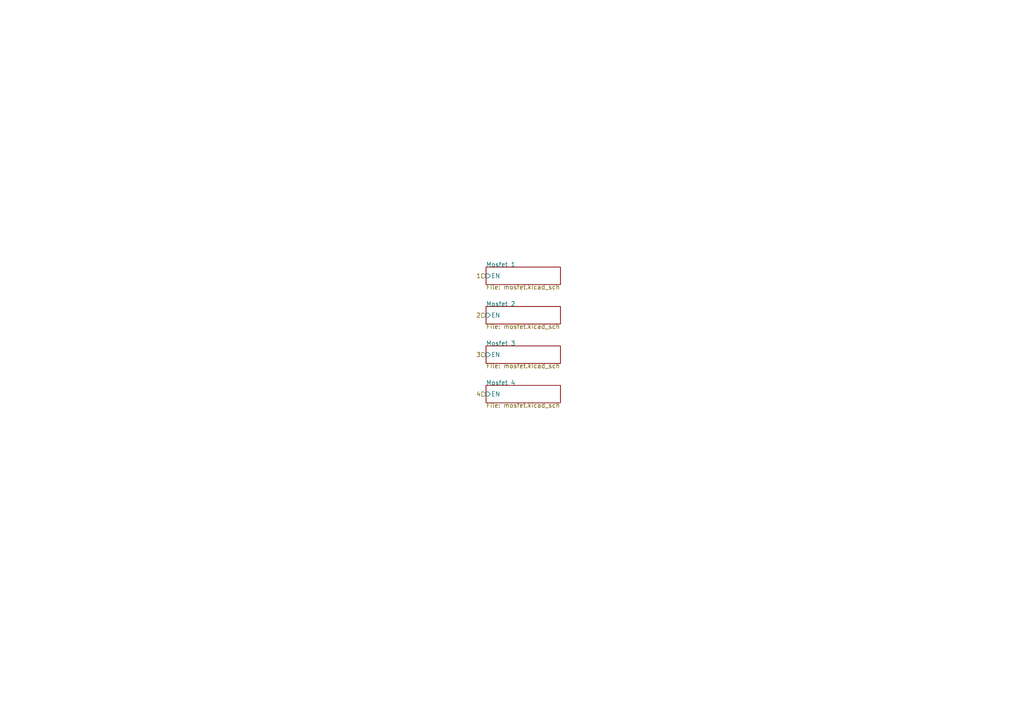
<source format=kicad_sch>
(kicad_sch (version 20230121) (generator eeschema)
  (paper "A4")
  (title_block (title "LumenPnP Motherboard") (date "2022-03-29") (company "Opulo"))
  (lib_symbols)
  (hierarchical_label "3" (shape input) (at 140.97 102.87 180))
  (hierarchical_label "2" (shape input) (at 140.97 91.44 180))
  (hierarchical_label "1" (shape input) (at 140.97 80.01 180))
  (hierarchical_label "4" (shape input) (at 140.97 114.3 180))
  (sheet (at 140.97 111.76) (size 21.59 5.08)
    (property "Sheetname" "Mosfet 4" (at 140.97 111.76 0) (effects (justify left bottom)))
    (property "Sheetfile" "mosfet.kicad_sch" (at 140.97 116.84 0) (effects (justify left top)))
    (pin "EN" input (at 140.97 114.3 180))
  )
  (sheet (at 140.97 88.9) (size 21.59 5.08)
    (property "Sheetname" "Mosfet 2" (at 140.97 88.9 0) (effects (justify left bottom)))
    (property "Sheetfile" "mosfet.kicad_sch" (at 140.97 93.98 0) (effects (justify left top)))
    (pin "EN" input (at 140.97 91.44 180))
  )
  (sheet (at 140.97 100.33) (size 21.59 5.08)
    (property "Sheetname" "Mosfet 3" (at 140.97 100.33 0) (effects (justify left bottom)))
    (property "Sheetfile" "mosfet.kicad_sch" (at 140.97 105.41 0) (effects (justify left top)))
    (pin "EN" input (at 140.97 102.87 180))
  )
  (sheet (at 140.97 77.47) (size 21.59 5.08)
    (property "Sheetname" "Mosfet 1" (at 140.97 77.47 0) (effects (justify left bottom)))
    (property "Sheetfile" "mosfet.kicad_sch" (at 140.97 82.55 0) (effects (justify left top)))
    (pin "EN" input (at 140.97 80.01 180))
  )
)
</source>
